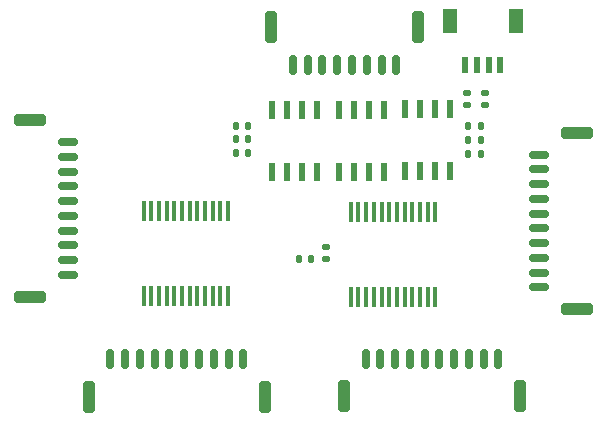
<source format=gbr>
%TF.GenerationSoftware,KiCad,Pcbnew,(6.0.0-0)*%
%TF.CreationDate,2022-04-22T00:51:05+02:00*%
%TF.ProjectId,ProtoBoard,50726f74-6f42-46f6-9172-642e6b696361,rev?*%
%TF.SameCoordinates,Original*%
%TF.FileFunction,Paste,Top*%
%TF.FilePolarity,Positive*%
%FSLAX46Y46*%
G04 Gerber Fmt 4.6, Leading zero omitted, Abs format (unit mm)*
G04 Created by KiCad (PCBNEW (6.0.0-0)) date 2022-04-22 00:51:05*
%MOMM*%
%LPD*%
G01*
G04 APERTURE LIST*
G04 Aperture macros list*
%AMRoundRect*
0 Rectangle with rounded corners*
0 $1 Rounding radius*
0 $2 $3 $4 $5 $6 $7 $8 $9 X,Y pos of 4 corners*
0 Add a 4 corners polygon primitive as box body*
4,1,4,$2,$3,$4,$5,$6,$7,$8,$9,$2,$3,0*
0 Add four circle primitives for the rounded corners*
1,1,$1+$1,$2,$3*
1,1,$1+$1,$4,$5*
1,1,$1+$1,$6,$7*
1,1,$1+$1,$8,$9*
0 Add four rect primitives between the rounded corners*
20,1,$1+$1,$2,$3,$4,$5,0*
20,1,$1+$1,$4,$5,$6,$7,0*
20,1,$1+$1,$6,$7,$8,$9,0*
20,1,$1+$1,$8,$9,$2,$3,0*%
G04 Aperture macros list end*
%ADD10RoundRect,0.150000X-0.150000X-0.700000X0.150000X-0.700000X0.150000X0.700000X-0.150000X0.700000X0*%
%ADD11RoundRect,0.250000X-0.250000X-1.100000X0.250000X-1.100000X0.250000X1.100000X-0.250000X1.100000X0*%
%ADD12RoundRect,0.070692X-0.223858X0.719308X-0.223858X-0.719308X0.223858X-0.719308X0.223858X0.719308X0*%
%ADD13RoundRect,0.135000X-0.135000X-0.185000X0.135000X-0.185000X0.135000X0.185000X-0.135000X0.185000X0*%
%ADD14RoundRect,0.150000X-0.700000X0.150000X-0.700000X-0.150000X0.700000X-0.150000X0.700000X0.150000X0*%
%ADD15RoundRect,0.250000X-1.100000X0.250000X-1.100000X-0.250000X1.100000X-0.250000X1.100000X0.250000X0*%
%ADD16RoundRect,0.135000X0.135000X0.185000X-0.135000X0.185000X-0.135000X-0.185000X0.135000X-0.185000X0*%
%ADD17RoundRect,0.135000X-0.185000X0.135000X-0.185000X-0.135000X0.185000X-0.135000X0.185000X0.135000X0*%
%ADD18R,0.450000X1.750000*%
%ADD19RoundRect,0.150000X0.150000X0.700000X-0.150000X0.700000X-0.150000X-0.700000X0.150000X-0.700000X0*%
%ADD20RoundRect,0.250000X0.250000X1.100000X-0.250000X1.100000X-0.250000X-1.100000X0.250000X-1.100000X0*%
%ADD21RoundRect,0.150000X0.700000X-0.150000X0.700000X0.150000X-0.700000X0.150000X-0.700000X-0.150000X0*%
%ADD22RoundRect,0.250000X1.100000X-0.250000X1.100000X0.250000X-1.100000X0.250000X-1.100000X-0.250000X0*%
%ADD23RoundRect,0.135000X0.185000X-0.135000X0.185000X0.135000X-0.185000X0.135000X-0.185000X-0.135000X0*%
%ADD24R,0.599440X1.348740*%
%ADD25R,1.198880X1.998980*%
G04 APERTURE END LIST*
D10*
%TO.C,J7*%
X66075000Y-89950000D03*
X67325000Y-89950000D03*
X68575000Y-89950000D03*
X69825000Y-89950000D03*
X71075000Y-89950000D03*
X72325000Y-89950000D03*
X73575000Y-89950000D03*
X74825000Y-89950000D03*
X76075000Y-89950000D03*
X77325000Y-89950000D03*
D11*
X64225000Y-93150000D03*
X79175000Y-93150000D03*
%TD*%
D12*
%TO.C,IC3*%
X94805000Y-68775400D03*
X93535000Y-68775400D03*
X92265000Y-68775400D03*
X90995000Y-68775400D03*
X90995000Y-74024600D03*
X92265000Y-74024600D03*
X93535000Y-74024600D03*
X94805000Y-74024600D03*
%TD*%
D13*
%TO.C,R5*%
X96390000Y-72550000D03*
X97410000Y-72550000D03*
%TD*%
D14*
%TO.C,J9*%
X62500000Y-71575000D03*
X62500000Y-72825000D03*
X62500000Y-74075000D03*
X62500000Y-75325000D03*
X62500000Y-76575000D03*
X62500000Y-77825000D03*
X62500000Y-79075000D03*
X62500000Y-80325000D03*
X62500000Y-81575000D03*
X62500000Y-82825000D03*
D15*
X59300000Y-69725000D03*
X59300000Y-84675000D03*
%TD*%
D12*
%TO.C,IC2*%
X89205000Y-68825400D03*
X87935000Y-68825400D03*
X86665000Y-68825400D03*
X85395000Y-68825400D03*
X85395000Y-74074600D03*
X86665000Y-74074600D03*
X87935000Y-74074600D03*
X89205000Y-74074600D03*
%TD*%
D13*
%TO.C,R15*%
X96390000Y-71400000D03*
X97410000Y-71400000D03*
%TD*%
D16*
%TO.C,R4*%
X77760000Y-70200000D03*
X76740000Y-70200000D03*
%TD*%
D10*
%TO.C,J4*%
X87675000Y-89900000D03*
X88925000Y-89900000D03*
X90175000Y-89900000D03*
X91425000Y-89900000D03*
X92675000Y-89900000D03*
X93925000Y-89900000D03*
X95175000Y-89900000D03*
X96425000Y-89900000D03*
X97675000Y-89900000D03*
X98925000Y-89900000D03*
D11*
X85825000Y-93100000D03*
X100775000Y-93100000D03*
%TD*%
D17*
%TO.C,R6*%
X97800000Y-67400000D03*
X97800000Y-68420000D03*
%TD*%
D18*
%TO.C,U4*%
X86425000Y-84650000D03*
X87075000Y-84650000D03*
X87725000Y-84650000D03*
X88375000Y-84650000D03*
X89025000Y-84650000D03*
X89675000Y-84650000D03*
X90325000Y-84650000D03*
X90975000Y-84650000D03*
X91625000Y-84650000D03*
X92275000Y-84650000D03*
X92925000Y-84650000D03*
X93575000Y-84650000D03*
X93575000Y-77450000D03*
X92925000Y-77450000D03*
X92275000Y-77450000D03*
X91625000Y-77450000D03*
X90975000Y-77450000D03*
X90325000Y-77450000D03*
X89675000Y-77450000D03*
X89025000Y-77450000D03*
X88375000Y-77450000D03*
X87725000Y-77450000D03*
X87075000Y-77450000D03*
X86425000Y-77450000D03*
%TD*%
D13*
%TO.C,R3*%
X96390000Y-70200000D03*
X97410000Y-70200000D03*
%TD*%
D16*
%TO.C,R2*%
X77760000Y-72500000D03*
X76740000Y-72500000D03*
%TD*%
D17*
%TO.C,R7*%
X96250000Y-67390000D03*
X96250000Y-68410000D03*
%TD*%
D19*
%TO.C,J2*%
X90275000Y-65050000D03*
X89025000Y-65050000D03*
X87775000Y-65050000D03*
X86525000Y-65050000D03*
X85275000Y-65050000D03*
X84025000Y-65050000D03*
X82775000Y-65050000D03*
X81525000Y-65050000D03*
D20*
X92125000Y-61850000D03*
X79675000Y-61850000D03*
%TD*%
D21*
%TO.C,J11*%
X102400000Y-83875000D03*
X102400000Y-82625000D03*
X102400000Y-81375000D03*
X102400000Y-80125000D03*
X102400000Y-78875000D03*
X102400000Y-77625000D03*
X102400000Y-76375000D03*
X102400000Y-75125000D03*
X102400000Y-73875000D03*
X102400000Y-72625000D03*
D22*
X105600000Y-70775000D03*
X105600000Y-85725000D03*
%TD*%
D23*
%TO.C,R14*%
X84350000Y-81460000D03*
X84350000Y-80440000D03*
%TD*%
D12*
%TO.C,IC1*%
X83595000Y-68825400D03*
X82325000Y-68825400D03*
X81055000Y-68825400D03*
X79785000Y-68825400D03*
X79785000Y-74074600D03*
X81055000Y-74074600D03*
X82325000Y-74074600D03*
X83595000Y-74074600D03*
%TD*%
D16*
%TO.C,R1*%
X77760000Y-71350000D03*
X76740000Y-71350000D03*
%TD*%
D18*
%TO.C,U2*%
X76025000Y-77400000D03*
X75375000Y-77400000D03*
X74725000Y-77400000D03*
X74075000Y-77400000D03*
X73425000Y-77400000D03*
X72775000Y-77400000D03*
X72125000Y-77400000D03*
X71475000Y-77400000D03*
X70825000Y-77400000D03*
X70175000Y-77400000D03*
X69525000Y-77400000D03*
X68875000Y-77400000D03*
X68875000Y-84600000D03*
X69525000Y-84600000D03*
X70175000Y-84600000D03*
X70825000Y-84600000D03*
X71475000Y-84600000D03*
X72125000Y-84600000D03*
X72775000Y-84600000D03*
X73425000Y-84600000D03*
X74075000Y-84600000D03*
X74725000Y-84600000D03*
X75375000Y-84600000D03*
X76025000Y-84600000D03*
%TD*%
D16*
%TO.C,R13*%
X83060000Y-81450000D03*
X82040000Y-81450000D03*
%TD*%
D24*
%TO.C,J3*%
X99098600Y-65026300D03*
X98097840Y-65026300D03*
X97102160Y-65026300D03*
X96101400Y-65026300D03*
D25*
X94800920Y-61353460D03*
X100399080Y-61353460D03*
%TD*%
M02*

</source>
